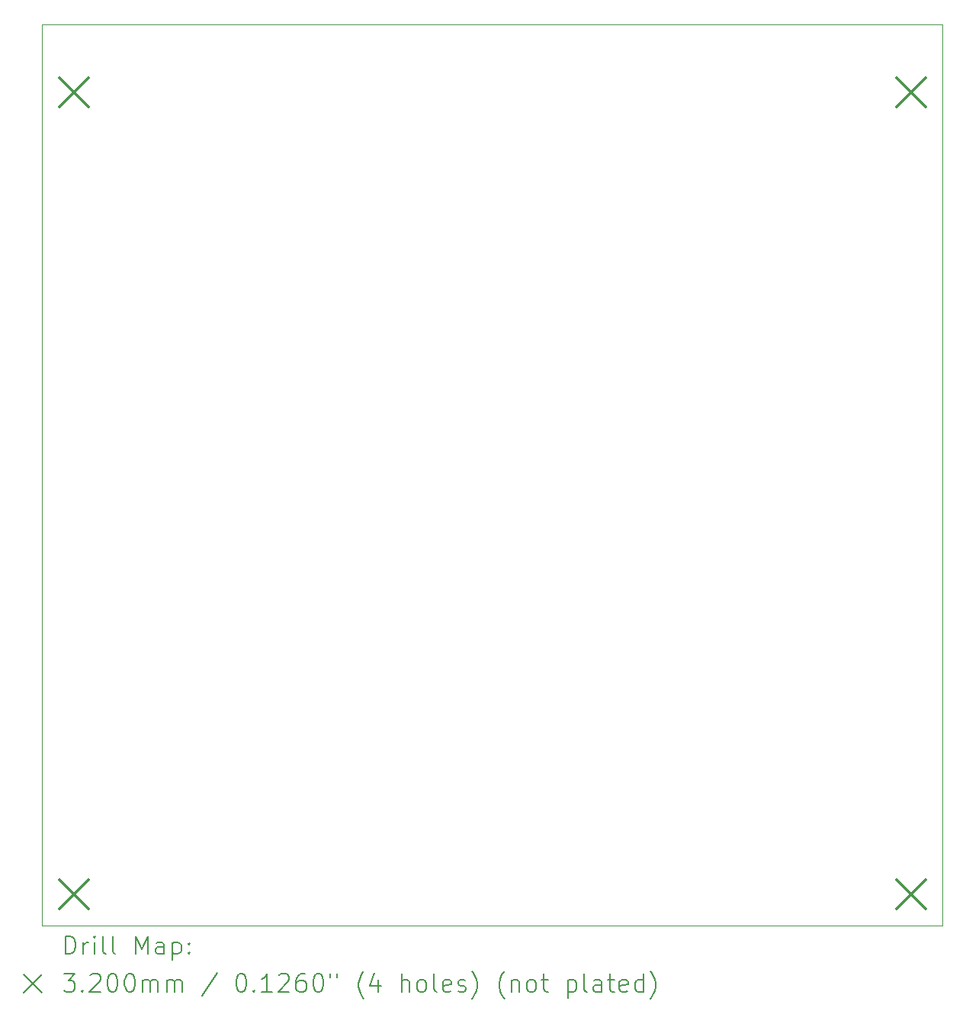
<source format=gbr>
%TF.GenerationSoftware,KiCad,Pcbnew,9.0.1*%
%TF.CreationDate,2025-04-19T17:16:35+09:00*%
%TF.ProjectId,HC4_KiCad,4843345f-4b69-4436-9164-2e6b69636164,1.2*%
%TF.SameCoordinates,Original*%
%TF.FileFunction,Drillmap*%
%TF.FilePolarity,Positive*%
%FSLAX45Y45*%
G04 Gerber Fmt 4.5, Leading zero omitted, Abs format (unit mm)*
G04 Created by KiCad (PCBNEW 9.0.1) date 2025-04-19 17:16:35*
%MOMM*%
%LPD*%
G01*
G04 APERTURE LIST*
%ADD10C,0.050000*%
%ADD11C,0.200000*%
%ADD12C,0.320000*%
G04 APERTURE END LIST*
D10*
X5000000Y-5000000D02*
X15000000Y-5000000D01*
X15000000Y-15000000D01*
X5000000Y-15000000D01*
X5000000Y-5000000D01*
D11*
D12*
X5190000Y-5590000D02*
X5510000Y-5910000D01*
X5510000Y-5590000D02*
X5190000Y-5910000D01*
X5190000Y-14490000D02*
X5510000Y-14810000D01*
X5510000Y-14490000D02*
X5190000Y-14810000D01*
X14490000Y-5590000D02*
X14810000Y-5910000D01*
X14810000Y-5590000D02*
X14490000Y-5910000D01*
X14490000Y-14490000D02*
X14810000Y-14810000D01*
X14810000Y-14490000D02*
X14490000Y-14810000D01*
D11*
X5258277Y-15313984D02*
X5258277Y-15113984D01*
X5258277Y-15113984D02*
X5305896Y-15113984D01*
X5305896Y-15113984D02*
X5334467Y-15123508D01*
X5334467Y-15123508D02*
X5353515Y-15142555D01*
X5353515Y-15142555D02*
X5363039Y-15161603D01*
X5363039Y-15161603D02*
X5372563Y-15199698D01*
X5372563Y-15199698D02*
X5372563Y-15228269D01*
X5372563Y-15228269D02*
X5363039Y-15266365D01*
X5363039Y-15266365D02*
X5353515Y-15285412D01*
X5353515Y-15285412D02*
X5334467Y-15304460D01*
X5334467Y-15304460D02*
X5305896Y-15313984D01*
X5305896Y-15313984D02*
X5258277Y-15313984D01*
X5458277Y-15313984D02*
X5458277Y-15180650D01*
X5458277Y-15218746D02*
X5467801Y-15199698D01*
X5467801Y-15199698D02*
X5477324Y-15190174D01*
X5477324Y-15190174D02*
X5496372Y-15180650D01*
X5496372Y-15180650D02*
X5515420Y-15180650D01*
X5582086Y-15313984D02*
X5582086Y-15180650D01*
X5582086Y-15113984D02*
X5572563Y-15123508D01*
X5572563Y-15123508D02*
X5582086Y-15133031D01*
X5582086Y-15133031D02*
X5591610Y-15123508D01*
X5591610Y-15123508D02*
X5582086Y-15113984D01*
X5582086Y-15113984D02*
X5582086Y-15133031D01*
X5705896Y-15313984D02*
X5686848Y-15304460D01*
X5686848Y-15304460D02*
X5677324Y-15285412D01*
X5677324Y-15285412D02*
X5677324Y-15113984D01*
X5810658Y-15313984D02*
X5791610Y-15304460D01*
X5791610Y-15304460D02*
X5782086Y-15285412D01*
X5782086Y-15285412D02*
X5782086Y-15113984D01*
X6039229Y-15313984D02*
X6039229Y-15113984D01*
X6039229Y-15113984D02*
X6105896Y-15256841D01*
X6105896Y-15256841D02*
X6172562Y-15113984D01*
X6172562Y-15113984D02*
X6172562Y-15313984D01*
X6353515Y-15313984D02*
X6353515Y-15209222D01*
X6353515Y-15209222D02*
X6343991Y-15190174D01*
X6343991Y-15190174D02*
X6324943Y-15180650D01*
X6324943Y-15180650D02*
X6286848Y-15180650D01*
X6286848Y-15180650D02*
X6267801Y-15190174D01*
X6353515Y-15304460D02*
X6334467Y-15313984D01*
X6334467Y-15313984D02*
X6286848Y-15313984D01*
X6286848Y-15313984D02*
X6267801Y-15304460D01*
X6267801Y-15304460D02*
X6258277Y-15285412D01*
X6258277Y-15285412D02*
X6258277Y-15266365D01*
X6258277Y-15266365D02*
X6267801Y-15247317D01*
X6267801Y-15247317D02*
X6286848Y-15237793D01*
X6286848Y-15237793D02*
X6334467Y-15237793D01*
X6334467Y-15237793D02*
X6353515Y-15228269D01*
X6448753Y-15180650D02*
X6448753Y-15380650D01*
X6448753Y-15190174D02*
X6467801Y-15180650D01*
X6467801Y-15180650D02*
X6505896Y-15180650D01*
X6505896Y-15180650D02*
X6524943Y-15190174D01*
X6524943Y-15190174D02*
X6534467Y-15199698D01*
X6534467Y-15199698D02*
X6543991Y-15218746D01*
X6543991Y-15218746D02*
X6543991Y-15275888D01*
X6543991Y-15275888D02*
X6534467Y-15294936D01*
X6534467Y-15294936D02*
X6524943Y-15304460D01*
X6524943Y-15304460D02*
X6505896Y-15313984D01*
X6505896Y-15313984D02*
X6467801Y-15313984D01*
X6467801Y-15313984D02*
X6448753Y-15304460D01*
X6629705Y-15294936D02*
X6639229Y-15304460D01*
X6639229Y-15304460D02*
X6629705Y-15313984D01*
X6629705Y-15313984D02*
X6620182Y-15304460D01*
X6620182Y-15304460D02*
X6629705Y-15294936D01*
X6629705Y-15294936D02*
X6629705Y-15313984D01*
X6629705Y-15190174D02*
X6639229Y-15199698D01*
X6639229Y-15199698D02*
X6629705Y-15209222D01*
X6629705Y-15209222D02*
X6620182Y-15199698D01*
X6620182Y-15199698D02*
X6629705Y-15190174D01*
X6629705Y-15190174D02*
X6629705Y-15209222D01*
X4797500Y-15542500D02*
X4997500Y-15742500D01*
X4997500Y-15542500D02*
X4797500Y-15742500D01*
X5239229Y-15533984D02*
X5363039Y-15533984D01*
X5363039Y-15533984D02*
X5296372Y-15610174D01*
X5296372Y-15610174D02*
X5324944Y-15610174D01*
X5324944Y-15610174D02*
X5343991Y-15619698D01*
X5343991Y-15619698D02*
X5353515Y-15629222D01*
X5353515Y-15629222D02*
X5363039Y-15648269D01*
X5363039Y-15648269D02*
X5363039Y-15695888D01*
X5363039Y-15695888D02*
X5353515Y-15714936D01*
X5353515Y-15714936D02*
X5343991Y-15724460D01*
X5343991Y-15724460D02*
X5324944Y-15733984D01*
X5324944Y-15733984D02*
X5267801Y-15733984D01*
X5267801Y-15733984D02*
X5248753Y-15724460D01*
X5248753Y-15724460D02*
X5239229Y-15714936D01*
X5448753Y-15714936D02*
X5458277Y-15724460D01*
X5458277Y-15724460D02*
X5448753Y-15733984D01*
X5448753Y-15733984D02*
X5439229Y-15724460D01*
X5439229Y-15724460D02*
X5448753Y-15714936D01*
X5448753Y-15714936D02*
X5448753Y-15733984D01*
X5534467Y-15553031D02*
X5543991Y-15543508D01*
X5543991Y-15543508D02*
X5563039Y-15533984D01*
X5563039Y-15533984D02*
X5610658Y-15533984D01*
X5610658Y-15533984D02*
X5629705Y-15543508D01*
X5629705Y-15543508D02*
X5639229Y-15553031D01*
X5639229Y-15553031D02*
X5648753Y-15572079D01*
X5648753Y-15572079D02*
X5648753Y-15591127D01*
X5648753Y-15591127D02*
X5639229Y-15619698D01*
X5639229Y-15619698D02*
X5524944Y-15733984D01*
X5524944Y-15733984D02*
X5648753Y-15733984D01*
X5772562Y-15533984D02*
X5791610Y-15533984D01*
X5791610Y-15533984D02*
X5810658Y-15543508D01*
X5810658Y-15543508D02*
X5820182Y-15553031D01*
X5820182Y-15553031D02*
X5829705Y-15572079D01*
X5829705Y-15572079D02*
X5839229Y-15610174D01*
X5839229Y-15610174D02*
X5839229Y-15657793D01*
X5839229Y-15657793D02*
X5829705Y-15695888D01*
X5829705Y-15695888D02*
X5820182Y-15714936D01*
X5820182Y-15714936D02*
X5810658Y-15724460D01*
X5810658Y-15724460D02*
X5791610Y-15733984D01*
X5791610Y-15733984D02*
X5772562Y-15733984D01*
X5772562Y-15733984D02*
X5753515Y-15724460D01*
X5753515Y-15724460D02*
X5743991Y-15714936D01*
X5743991Y-15714936D02*
X5734467Y-15695888D01*
X5734467Y-15695888D02*
X5724943Y-15657793D01*
X5724943Y-15657793D02*
X5724943Y-15610174D01*
X5724943Y-15610174D02*
X5734467Y-15572079D01*
X5734467Y-15572079D02*
X5743991Y-15553031D01*
X5743991Y-15553031D02*
X5753515Y-15543508D01*
X5753515Y-15543508D02*
X5772562Y-15533984D01*
X5963039Y-15533984D02*
X5982086Y-15533984D01*
X5982086Y-15533984D02*
X6001134Y-15543508D01*
X6001134Y-15543508D02*
X6010658Y-15553031D01*
X6010658Y-15553031D02*
X6020182Y-15572079D01*
X6020182Y-15572079D02*
X6029705Y-15610174D01*
X6029705Y-15610174D02*
X6029705Y-15657793D01*
X6029705Y-15657793D02*
X6020182Y-15695888D01*
X6020182Y-15695888D02*
X6010658Y-15714936D01*
X6010658Y-15714936D02*
X6001134Y-15724460D01*
X6001134Y-15724460D02*
X5982086Y-15733984D01*
X5982086Y-15733984D02*
X5963039Y-15733984D01*
X5963039Y-15733984D02*
X5943991Y-15724460D01*
X5943991Y-15724460D02*
X5934467Y-15714936D01*
X5934467Y-15714936D02*
X5924943Y-15695888D01*
X5924943Y-15695888D02*
X5915420Y-15657793D01*
X5915420Y-15657793D02*
X5915420Y-15610174D01*
X5915420Y-15610174D02*
X5924943Y-15572079D01*
X5924943Y-15572079D02*
X5934467Y-15553031D01*
X5934467Y-15553031D02*
X5943991Y-15543508D01*
X5943991Y-15543508D02*
X5963039Y-15533984D01*
X6115420Y-15733984D02*
X6115420Y-15600650D01*
X6115420Y-15619698D02*
X6124943Y-15610174D01*
X6124943Y-15610174D02*
X6143991Y-15600650D01*
X6143991Y-15600650D02*
X6172563Y-15600650D01*
X6172563Y-15600650D02*
X6191610Y-15610174D01*
X6191610Y-15610174D02*
X6201134Y-15629222D01*
X6201134Y-15629222D02*
X6201134Y-15733984D01*
X6201134Y-15629222D02*
X6210658Y-15610174D01*
X6210658Y-15610174D02*
X6229705Y-15600650D01*
X6229705Y-15600650D02*
X6258277Y-15600650D01*
X6258277Y-15600650D02*
X6277324Y-15610174D01*
X6277324Y-15610174D02*
X6286848Y-15629222D01*
X6286848Y-15629222D02*
X6286848Y-15733984D01*
X6382086Y-15733984D02*
X6382086Y-15600650D01*
X6382086Y-15619698D02*
X6391610Y-15610174D01*
X6391610Y-15610174D02*
X6410658Y-15600650D01*
X6410658Y-15600650D02*
X6439229Y-15600650D01*
X6439229Y-15600650D02*
X6458277Y-15610174D01*
X6458277Y-15610174D02*
X6467801Y-15629222D01*
X6467801Y-15629222D02*
X6467801Y-15733984D01*
X6467801Y-15629222D02*
X6477324Y-15610174D01*
X6477324Y-15610174D02*
X6496372Y-15600650D01*
X6496372Y-15600650D02*
X6524943Y-15600650D01*
X6524943Y-15600650D02*
X6543991Y-15610174D01*
X6543991Y-15610174D02*
X6553515Y-15629222D01*
X6553515Y-15629222D02*
X6553515Y-15733984D01*
X6943991Y-15524460D02*
X6772563Y-15781603D01*
X7201134Y-15533984D02*
X7220182Y-15533984D01*
X7220182Y-15533984D02*
X7239229Y-15543508D01*
X7239229Y-15543508D02*
X7248753Y-15553031D01*
X7248753Y-15553031D02*
X7258277Y-15572079D01*
X7258277Y-15572079D02*
X7267801Y-15610174D01*
X7267801Y-15610174D02*
X7267801Y-15657793D01*
X7267801Y-15657793D02*
X7258277Y-15695888D01*
X7258277Y-15695888D02*
X7248753Y-15714936D01*
X7248753Y-15714936D02*
X7239229Y-15724460D01*
X7239229Y-15724460D02*
X7220182Y-15733984D01*
X7220182Y-15733984D02*
X7201134Y-15733984D01*
X7201134Y-15733984D02*
X7182086Y-15724460D01*
X7182086Y-15724460D02*
X7172563Y-15714936D01*
X7172563Y-15714936D02*
X7163039Y-15695888D01*
X7163039Y-15695888D02*
X7153515Y-15657793D01*
X7153515Y-15657793D02*
X7153515Y-15610174D01*
X7153515Y-15610174D02*
X7163039Y-15572079D01*
X7163039Y-15572079D02*
X7172563Y-15553031D01*
X7172563Y-15553031D02*
X7182086Y-15543508D01*
X7182086Y-15543508D02*
X7201134Y-15533984D01*
X7353515Y-15714936D02*
X7363039Y-15724460D01*
X7363039Y-15724460D02*
X7353515Y-15733984D01*
X7353515Y-15733984D02*
X7343991Y-15724460D01*
X7343991Y-15724460D02*
X7353515Y-15714936D01*
X7353515Y-15714936D02*
X7353515Y-15733984D01*
X7553515Y-15733984D02*
X7439229Y-15733984D01*
X7496372Y-15733984D02*
X7496372Y-15533984D01*
X7496372Y-15533984D02*
X7477325Y-15562555D01*
X7477325Y-15562555D02*
X7458277Y-15581603D01*
X7458277Y-15581603D02*
X7439229Y-15591127D01*
X7629706Y-15553031D02*
X7639229Y-15543508D01*
X7639229Y-15543508D02*
X7658277Y-15533984D01*
X7658277Y-15533984D02*
X7705896Y-15533984D01*
X7705896Y-15533984D02*
X7724944Y-15543508D01*
X7724944Y-15543508D02*
X7734467Y-15553031D01*
X7734467Y-15553031D02*
X7743991Y-15572079D01*
X7743991Y-15572079D02*
X7743991Y-15591127D01*
X7743991Y-15591127D02*
X7734467Y-15619698D01*
X7734467Y-15619698D02*
X7620182Y-15733984D01*
X7620182Y-15733984D02*
X7743991Y-15733984D01*
X7915420Y-15533984D02*
X7877325Y-15533984D01*
X7877325Y-15533984D02*
X7858277Y-15543508D01*
X7858277Y-15543508D02*
X7848753Y-15553031D01*
X7848753Y-15553031D02*
X7829706Y-15581603D01*
X7829706Y-15581603D02*
X7820182Y-15619698D01*
X7820182Y-15619698D02*
X7820182Y-15695888D01*
X7820182Y-15695888D02*
X7829706Y-15714936D01*
X7829706Y-15714936D02*
X7839229Y-15724460D01*
X7839229Y-15724460D02*
X7858277Y-15733984D01*
X7858277Y-15733984D02*
X7896372Y-15733984D01*
X7896372Y-15733984D02*
X7915420Y-15724460D01*
X7915420Y-15724460D02*
X7924944Y-15714936D01*
X7924944Y-15714936D02*
X7934467Y-15695888D01*
X7934467Y-15695888D02*
X7934467Y-15648269D01*
X7934467Y-15648269D02*
X7924944Y-15629222D01*
X7924944Y-15629222D02*
X7915420Y-15619698D01*
X7915420Y-15619698D02*
X7896372Y-15610174D01*
X7896372Y-15610174D02*
X7858277Y-15610174D01*
X7858277Y-15610174D02*
X7839229Y-15619698D01*
X7839229Y-15619698D02*
X7829706Y-15629222D01*
X7829706Y-15629222D02*
X7820182Y-15648269D01*
X8058277Y-15533984D02*
X8077325Y-15533984D01*
X8077325Y-15533984D02*
X8096372Y-15543508D01*
X8096372Y-15543508D02*
X8105896Y-15553031D01*
X8105896Y-15553031D02*
X8115420Y-15572079D01*
X8115420Y-15572079D02*
X8124944Y-15610174D01*
X8124944Y-15610174D02*
X8124944Y-15657793D01*
X8124944Y-15657793D02*
X8115420Y-15695888D01*
X8115420Y-15695888D02*
X8105896Y-15714936D01*
X8105896Y-15714936D02*
X8096372Y-15724460D01*
X8096372Y-15724460D02*
X8077325Y-15733984D01*
X8077325Y-15733984D02*
X8058277Y-15733984D01*
X8058277Y-15733984D02*
X8039229Y-15724460D01*
X8039229Y-15724460D02*
X8029706Y-15714936D01*
X8029706Y-15714936D02*
X8020182Y-15695888D01*
X8020182Y-15695888D02*
X8010658Y-15657793D01*
X8010658Y-15657793D02*
X8010658Y-15610174D01*
X8010658Y-15610174D02*
X8020182Y-15572079D01*
X8020182Y-15572079D02*
X8029706Y-15553031D01*
X8029706Y-15553031D02*
X8039229Y-15543508D01*
X8039229Y-15543508D02*
X8058277Y-15533984D01*
X8201134Y-15533984D02*
X8201134Y-15572079D01*
X8277325Y-15533984D02*
X8277325Y-15572079D01*
X8572563Y-15810174D02*
X8563039Y-15800650D01*
X8563039Y-15800650D02*
X8543991Y-15772079D01*
X8543991Y-15772079D02*
X8534468Y-15753031D01*
X8534468Y-15753031D02*
X8524944Y-15724460D01*
X8524944Y-15724460D02*
X8515420Y-15676841D01*
X8515420Y-15676841D02*
X8515420Y-15638746D01*
X8515420Y-15638746D02*
X8524944Y-15591127D01*
X8524944Y-15591127D02*
X8534468Y-15562555D01*
X8534468Y-15562555D02*
X8543991Y-15543508D01*
X8543991Y-15543508D02*
X8563039Y-15514936D01*
X8563039Y-15514936D02*
X8572563Y-15505412D01*
X8734468Y-15600650D02*
X8734468Y-15733984D01*
X8686849Y-15524460D02*
X8639230Y-15667317D01*
X8639230Y-15667317D02*
X8763039Y-15667317D01*
X8991611Y-15733984D02*
X8991611Y-15533984D01*
X9077325Y-15733984D02*
X9077325Y-15629222D01*
X9077325Y-15629222D02*
X9067801Y-15610174D01*
X9067801Y-15610174D02*
X9048753Y-15600650D01*
X9048753Y-15600650D02*
X9020182Y-15600650D01*
X9020182Y-15600650D02*
X9001134Y-15610174D01*
X9001134Y-15610174D02*
X8991611Y-15619698D01*
X9201134Y-15733984D02*
X9182087Y-15724460D01*
X9182087Y-15724460D02*
X9172563Y-15714936D01*
X9172563Y-15714936D02*
X9163039Y-15695888D01*
X9163039Y-15695888D02*
X9163039Y-15638746D01*
X9163039Y-15638746D02*
X9172563Y-15619698D01*
X9172563Y-15619698D02*
X9182087Y-15610174D01*
X9182087Y-15610174D02*
X9201134Y-15600650D01*
X9201134Y-15600650D02*
X9229706Y-15600650D01*
X9229706Y-15600650D02*
X9248753Y-15610174D01*
X9248753Y-15610174D02*
X9258277Y-15619698D01*
X9258277Y-15619698D02*
X9267801Y-15638746D01*
X9267801Y-15638746D02*
X9267801Y-15695888D01*
X9267801Y-15695888D02*
X9258277Y-15714936D01*
X9258277Y-15714936D02*
X9248753Y-15724460D01*
X9248753Y-15724460D02*
X9229706Y-15733984D01*
X9229706Y-15733984D02*
X9201134Y-15733984D01*
X9382087Y-15733984D02*
X9363039Y-15724460D01*
X9363039Y-15724460D02*
X9353515Y-15705412D01*
X9353515Y-15705412D02*
X9353515Y-15533984D01*
X9534468Y-15724460D02*
X9515420Y-15733984D01*
X9515420Y-15733984D02*
X9477325Y-15733984D01*
X9477325Y-15733984D02*
X9458277Y-15724460D01*
X9458277Y-15724460D02*
X9448753Y-15705412D01*
X9448753Y-15705412D02*
X9448753Y-15629222D01*
X9448753Y-15629222D02*
X9458277Y-15610174D01*
X9458277Y-15610174D02*
X9477325Y-15600650D01*
X9477325Y-15600650D02*
X9515420Y-15600650D01*
X9515420Y-15600650D02*
X9534468Y-15610174D01*
X9534468Y-15610174D02*
X9543992Y-15629222D01*
X9543992Y-15629222D02*
X9543992Y-15648269D01*
X9543992Y-15648269D02*
X9448753Y-15667317D01*
X9620182Y-15724460D02*
X9639230Y-15733984D01*
X9639230Y-15733984D02*
X9677325Y-15733984D01*
X9677325Y-15733984D02*
X9696373Y-15724460D01*
X9696373Y-15724460D02*
X9705896Y-15705412D01*
X9705896Y-15705412D02*
X9705896Y-15695888D01*
X9705896Y-15695888D02*
X9696373Y-15676841D01*
X9696373Y-15676841D02*
X9677325Y-15667317D01*
X9677325Y-15667317D02*
X9648753Y-15667317D01*
X9648753Y-15667317D02*
X9629706Y-15657793D01*
X9629706Y-15657793D02*
X9620182Y-15638746D01*
X9620182Y-15638746D02*
X9620182Y-15629222D01*
X9620182Y-15629222D02*
X9629706Y-15610174D01*
X9629706Y-15610174D02*
X9648753Y-15600650D01*
X9648753Y-15600650D02*
X9677325Y-15600650D01*
X9677325Y-15600650D02*
X9696373Y-15610174D01*
X9772563Y-15810174D02*
X9782087Y-15800650D01*
X9782087Y-15800650D02*
X9801134Y-15772079D01*
X9801134Y-15772079D02*
X9810658Y-15753031D01*
X9810658Y-15753031D02*
X9820182Y-15724460D01*
X9820182Y-15724460D02*
X9829706Y-15676841D01*
X9829706Y-15676841D02*
X9829706Y-15638746D01*
X9829706Y-15638746D02*
X9820182Y-15591127D01*
X9820182Y-15591127D02*
X9810658Y-15562555D01*
X9810658Y-15562555D02*
X9801134Y-15543508D01*
X9801134Y-15543508D02*
X9782087Y-15514936D01*
X9782087Y-15514936D02*
X9772563Y-15505412D01*
X10134468Y-15810174D02*
X10124944Y-15800650D01*
X10124944Y-15800650D02*
X10105896Y-15772079D01*
X10105896Y-15772079D02*
X10096373Y-15753031D01*
X10096373Y-15753031D02*
X10086849Y-15724460D01*
X10086849Y-15724460D02*
X10077325Y-15676841D01*
X10077325Y-15676841D02*
X10077325Y-15638746D01*
X10077325Y-15638746D02*
X10086849Y-15591127D01*
X10086849Y-15591127D02*
X10096373Y-15562555D01*
X10096373Y-15562555D02*
X10105896Y-15543508D01*
X10105896Y-15543508D02*
X10124944Y-15514936D01*
X10124944Y-15514936D02*
X10134468Y-15505412D01*
X10210658Y-15600650D02*
X10210658Y-15733984D01*
X10210658Y-15619698D02*
X10220182Y-15610174D01*
X10220182Y-15610174D02*
X10239230Y-15600650D01*
X10239230Y-15600650D02*
X10267801Y-15600650D01*
X10267801Y-15600650D02*
X10286849Y-15610174D01*
X10286849Y-15610174D02*
X10296373Y-15629222D01*
X10296373Y-15629222D02*
X10296373Y-15733984D01*
X10420182Y-15733984D02*
X10401134Y-15724460D01*
X10401134Y-15724460D02*
X10391611Y-15714936D01*
X10391611Y-15714936D02*
X10382087Y-15695888D01*
X10382087Y-15695888D02*
X10382087Y-15638746D01*
X10382087Y-15638746D02*
X10391611Y-15619698D01*
X10391611Y-15619698D02*
X10401134Y-15610174D01*
X10401134Y-15610174D02*
X10420182Y-15600650D01*
X10420182Y-15600650D02*
X10448754Y-15600650D01*
X10448754Y-15600650D02*
X10467801Y-15610174D01*
X10467801Y-15610174D02*
X10477325Y-15619698D01*
X10477325Y-15619698D02*
X10486849Y-15638746D01*
X10486849Y-15638746D02*
X10486849Y-15695888D01*
X10486849Y-15695888D02*
X10477325Y-15714936D01*
X10477325Y-15714936D02*
X10467801Y-15724460D01*
X10467801Y-15724460D02*
X10448754Y-15733984D01*
X10448754Y-15733984D02*
X10420182Y-15733984D01*
X10543992Y-15600650D02*
X10620182Y-15600650D01*
X10572563Y-15533984D02*
X10572563Y-15705412D01*
X10572563Y-15705412D02*
X10582087Y-15724460D01*
X10582087Y-15724460D02*
X10601134Y-15733984D01*
X10601134Y-15733984D02*
X10620182Y-15733984D01*
X10839230Y-15600650D02*
X10839230Y-15800650D01*
X10839230Y-15610174D02*
X10858277Y-15600650D01*
X10858277Y-15600650D02*
X10896373Y-15600650D01*
X10896373Y-15600650D02*
X10915420Y-15610174D01*
X10915420Y-15610174D02*
X10924944Y-15619698D01*
X10924944Y-15619698D02*
X10934468Y-15638746D01*
X10934468Y-15638746D02*
X10934468Y-15695888D01*
X10934468Y-15695888D02*
X10924944Y-15714936D01*
X10924944Y-15714936D02*
X10915420Y-15724460D01*
X10915420Y-15724460D02*
X10896373Y-15733984D01*
X10896373Y-15733984D02*
X10858277Y-15733984D01*
X10858277Y-15733984D02*
X10839230Y-15724460D01*
X11048754Y-15733984D02*
X11029706Y-15724460D01*
X11029706Y-15724460D02*
X11020182Y-15705412D01*
X11020182Y-15705412D02*
X11020182Y-15533984D01*
X11210658Y-15733984D02*
X11210658Y-15629222D01*
X11210658Y-15629222D02*
X11201134Y-15610174D01*
X11201134Y-15610174D02*
X11182087Y-15600650D01*
X11182087Y-15600650D02*
X11143992Y-15600650D01*
X11143992Y-15600650D02*
X11124944Y-15610174D01*
X11210658Y-15724460D02*
X11191611Y-15733984D01*
X11191611Y-15733984D02*
X11143992Y-15733984D01*
X11143992Y-15733984D02*
X11124944Y-15724460D01*
X11124944Y-15724460D02*
X11115420Y-15705412D01*
X11115420Y-15705412D02*
X11115420Y-15686365D01*
X11115420Y-15686365D02*
X11124944Y-15667317D01*
X11124944Y-15667317D02*
X11143992Y-15657793D01*
X11143992Y-15657793D02*
X11191611Y-15657793D01*
X11191611Y-15657793D02*
X11210658Y-15648269D01*
X11277325Y-15600650D02*
X11353515Y-15600650D01*
X11305896Y-15533984D02*
X11305896Y-15705412D01*
X11305896Y-15705412D02*
X11315420Y-15724460D01*
X11315420Y-15724460D02*
X11334468Y-15733984D01*
X11334468Y-15733984D02*
X11353515Y-15733984D01*
X11496373Y-15724460D02*
X11477325Y-15733984D01*
X11477325Y-15733984D02*
X11439230Y-15733984D01*
X11439230Y-15733984D02*
X11420182Y-15724460D01*
X11420182Y-15724460D02*
X11410658Y-15705412D01*
X11410658Y-15705412D02*
X11410658Y-15629222D01*
X11410658Y-15629222D02*
X11420182Y-15610174D01*
X11420182Y-15610174D02*
X11439230Y-15600650D01*
X11439230Y-15600650D02*
X11477325Y-15600650D01*
X11477325Y-15600650D02*
X11496373Y-15610174D01*
X11496373Y-15610174D02*
X11505896Y-15629222D01*
X11505896Y-15629222D02*
X11505896Y-15648269D01*
X11505896Y-15648269D02*
X11410658Y-15667317D01*
X11677325Y-15733984D02*
X11677325Y-15533984D01*
X11677325Y-15724460D02*
X11658277Y-15733984D01*
X11658277Y-15733984D02*
X11620182Y-15733984D01*
X11620182Y-15733984D02*
X11601134Y-15724460D01*
X11601134Y-15724460D02*
X11591611Y-15714936D01*
X11591611Y-15714936D02*
X11582087Y-15695888D01*
X11582087Y-15695888D02*
X11582087Y-15638746D01*
X11582087Y-15638746D02*
X11591611Y-15619698D01*
X11591611Y-15619698D02*
X11601134Y-15610174D01*
X11601134Y-15610174D02*
X11620182Y-15600650D01*
X11620182Y-15600650D02*
X11658277Y-15600650D01*
X11658277Y-15600650D02*
X11677325Y-15610174D01*
X11753515Y-15810174D02*
X11763039Y-15800650D01*
X11763039Y-15800650D02*
X11782087Y-15772079D01*
X11782087Y-15772079D02*
X11791611Y-15753031D01*
X11791611Y-15753031D02*
X11801134Y-15724460D01*
X11801134Y-15724460D02*
X11810658Y-15676841D01*
X11810658Y-15676841D02*
X11810658Y-15638746D01*
X11810658Y-15638746D02*
X11801134Y-15591127D01*
X11801134Y-15591127D02*
X11791611Y-15562555D01*
X11791611Y-15562555D02*
X11782087Y-15543508D01*
X11782087Y-15543508D02*
X11763039Y-15514936D01*
X11763039Y-15514936D02*
X11753515Y-15505412D01*
M02*

</source>
